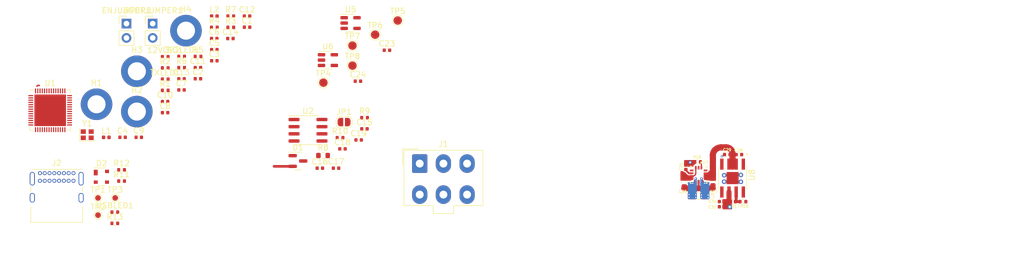
<source format=kicad_pcb>
(kicad_pcb (version 20211014) (generator pcbnew)
  (layers (0 "F.Cu" signal) (1 "In1.Cu" signal) (2 "In2.Cu" signal) (31 "B.Cu" signal) (34 "B.Paste" user) (35 "F.Paste" user) (36 "B.SilkS" user "B.Silkscreen") (37 "F.SilkS" user "F.Silkscreen") (38 "B.Mask" user) (39 "F.Mask" user) (44 "Edge.Cuts" user))
  (net 0 "")
  (net 1 "GND")
  (net 2 "Net-(3V3LED1-Pad2)")
  (net 3 "Net-(12VLED1-Pad2)")
  (net 4 "/BOOT")
  (net 5 "+3V3")
  (net 6 "/CHIP_PU")
  (net 7 "Net-(C6-Pad1)")
  (net 8 "Net-(C12-Pad1)")
  (net 9 "Net-(C12-Pad2)")
  (net 10 "Net-(C13-Pad1)")
  (net 11 "Net-(C14-Pad1)")
  (net 12 "Net-(C17-Pad1)")
  (net 13 "/CAN+")
  (net 14 "/CAN-")
  (net 15 "VBUS")
  (net 16 "/Data-")
  (net 17 "/Data+")
  (net 18 "RBUS_uC_V")
  (net 19 "+12V")
  (net 20 "Net-(J2-PadA5)")
  (net 22 "Net-(J2-PadB5)")
  (net 24 "/CAN-BUS/Vref")
  (net 25 "Net-(L2-Pad1)")
  (net 26 "Net-(R2-Pad2)")
  (net 27 "/TXD")
  (net 28 "Net-(R6-Pad2)")
  (net 29 "Net-(R8-Pad1)")
  (net 30 "Net-(R13-Pad2)")
  (net 73 "/CAN_TX")
  (net 74 "/CAN_RX")
  (net 81 "/Power/BBIN")
  (net 82 "/Power/BIAS")
  (net 83 "/Power/BBOUT")
  (net 84 "/Power/LX1")
  (net 85 "/Power/LX2")
  (net 86 "/Power/SEL")
  (net 87 "/Power/FBIn")
  (footprint "Capacitor_SMD:C_0402_1005Metric" (layer "F.Cu") (at 81.26 70.01)
    (fp_text reference "C13")
    (fp_text value "C")
  )
  (footprint "Capacitor_SMD:C_0402_1005Metric" (layer "F.Cu") (at 78.35 76.01)
    (fp_text reference "C8")
    (fp_text value "0.1uF")
  )
  (footprint "TestPoint:TestPoint_Pad_D1.5mm" (layer "F.Cu") (at 111.57 67.67)
    (fp_text reference "TP8")
    (fp_text value "TestPoint")
  )
  (footprint "TestPoint:TestPoint_Pad_D1.5mm" (layer "F.Cu") (at 115.59 62.18)
    (fp_text reference "TP6")
    (fp_text value "TestPoint")
  )
  (footprint "Inductor_SMD:L_0402_1005Metric" (layer "F.Cu") (at 67.92 80.39)
    (fp_text reference "L1")
    (fp_text value "2.0nH")
  )
  (footprint "TestPoint:TestPoint_Pad_D1.5mm" (layer "F.Cu") (at 111.57 64.12)
    (fp_text reference "TP7")
    (fp_text value "TestPoint")
  )
  (footprint "Capacitor_SMD:C_0402_1005Metric" (layer "F.Cu") (at 112.54 70.43)
    (fp_text reference "C24")
    (fp_text value "4.7uF")
  )
  (footprint "Resistor_SMD:R_0402_1005Metric" (layer "F.Cu") (at 180.817285 91.79)
    (fp_text reference "R18")
    (fp_text value "10k")
  )
  (footprint "Resistor_SMD:R_0402_1005Metric" (layer "F.Cu") (at 84.19 66.04)
    (fp_text reference "R5")
    (fp_text value "47.5")
  )
  (footprint "Jumper:SolderJumper-2_P1.3mm_Open_RoundedPad1.0x1.5mm" (layer "F.Cu") (at 110.09 77.68)
    (fp_text reference "JP1")
    (fp_text value "TermJP")
  )
  (footprint "Capacitor_SMD:C_0402_1005Metric" (layer "F.Cu") (at 81.26 71.98)
    (fp_text reference "C7")
    (fp_text value "1uF")
  )
  (footprint "Resistor_SMD:R_0402_1005Metric" (layer "F.Cu") (at 78.37 72.06)
    (fp_text reference "R1")
    (fp_text value "10K")
  )
  (footprint "Capacitor_SMD:C_0402_1005Metric" (layer "F.Cu") (at 87.06 62.86)
    (fp_text reference "C6")
    (fp_text value "0.1uF")
  )
  (footprint "Package_TO_SOT_SMD:SOT-23-5" (layer "F.Cu") (at 107.22 66.69)
    (fp_text reference "U6")
    (fp_text value "LM66100")
  )
  (footprint "Resistor_SMD:R_0402_1005Metric" (layer "F.Cu") (at 89.99 58.89)
    (fp_text reference "R7")
    (fp_text value "3k")
  )
  (footprint "TestPoint:TestPoint_Pad_D1.0mm" (layer "F.Cu") (at 66.45 94.18)
    (fp_text reference "TP2")
    (fp_text value "TestPoint")
  )
  (footprint "Resistor_SMD:R_0402_1005Metric" (layer "F.Cu") (at 78.37 68.08)
    (fp_text reference "R2")
    (fp_text value "470")
  )
  (footprint "TestPoint:TestPoint_Pad_D1.0mm" (layer "F.Cu") (at 69.5 91.13)
    (fp_text reference "TP3")
    (fp_text value "TestPoint")
  )
  (footprint "Package_TO_SOT_SMD:SOT-23" (layer "F.Cu") (at 101.91 84.58)
    (fp_text reference "D1")
    (fp_text value "SM712_SOT23")
  )
  (footprint "MountingHole:MountingHole_3.2mm_M3_DIN965_Pad" (layer "F.Cu") (at 82.05 61.47)
    (fp_text reference "H4")
    (fp_text value "MountingHole_Pad")
  )
  (footprint "Resistor_SMD:R_0402_1005Metric" (layer "F.Cu") (at 69.43 95.64)
    (fp_text reference "R13")
    (fp_text value "470")
  )
  (footprint "Capacitor_SMD:C_0402_1005Metric" (layer "F.Cu") (at 178.03 83.44 180)
    (fp_text reference "C29")
    (fp_text value "4.7uF")
  )
  (footprint "Capacitor_SMD:C_0402_1005Metric" (layer "F.Cu") (at 87.08 66.8)
    (fp_text reference "C3")
    (fp_text value "0.1uF")
  )
  (footprint "Package_TO_SOT_SMD:SOT-143" (layer "F.Cu") (at 67.05 87.38)
    (fp_text reference "D2")
    (fp_text value "SP0503BAHT")
  )
  (footprint "TestPoint:TestPoint_Pad_D1.0mm" (layer "F.Cu") (at 66.45 91.13)
    (fp_text reference "TP1")
    (fp_text value "TestPoint")
  )
  (footprint "Resistor_SMD:R_0402_1005Metric" (layer "F.Cu") (at 81.28 68.03)
    (fp_text reference "R6")
    (fp_text value "499")
  )
  (footprint "Capacitor_SMD:C_0402_1005Metric" (layer "F.Cu") (at 117.69 64.94)
    (fp_text reference "C23")
    (fp_text value "4.7uF")
  )
  (footprint "MountingHole:MountingHole_3.2mm_M3_DIN965_Pad" (layer "F.Cu") (at 66.19 74.52)
    (fp_text reference "H1")
    (fp_text value "MountingHole_Pad")
  )
  (footprint "TestPoint:TestPoint_Pad_D1.5mm" (layer "F.Cu") (at 119.6 59.67)
    (fp_text reference "TP5")
    (fp_text value "TestPoint")
  )
  (footprint "Package_SO:SOIC-8_3.9x4.9mm_P1.27mm" (layer "F.Cu") (at 103.69 79.13)
    (fp_text reference "U2")
    (fp_text value "SN65HVD230")
  )
  (footprint "Capacitor_SMD:C_0402_1005Metric" (layer "F.Cu") (at 109.8 82.43)
    (fp_text reference "C18")
    (fp_text value "220pF")
  )
  (footprint "Resistor_SMD:R_0402_1005Metric" (layer "F.Cu") (at 69.43 93.65)
    (fp_text reference "USBLED1")
    (fp_text value "USB_LED")
  )
  (footprint "Resistor_SMD:R_0402_1005Metric" (layer "F.Cu") (at 70.63 86.15)
    (fp_text reference "R12")
    (fp_text value "5.1k")
  )
  (footprint "Resistor_SMD:R_0402_1005Metric" (layer "F.Cu") (at 89.99 60.88)
    (fp_text reference "R3")
    (fp_text value "10K")
  )
  (footprint "Capacitor_SMD:C_0402_1005Metric" (layer "F.Cu") (at 177.11 92.7)
    (fp_text reference "C31")
    (fp_text value "0.1uF")
  )
  (footprint "Resistor_SMD:R_0402_1005Metric" (layer "F.Cu") (at 81.28 66.04)
    (fp_text reference "3V3LED1")
    (fp_text value "3V3LED")
  )
  (footprint "Capacitor_SMD:C_0402_1005Metric" (layer "F.Cu") (at 78.35 74.04)
    (fp_text reference "C10")
    (fp_text value "0.1uF")
  )
  (footprint "Capacitor_SMD:C_0603_1608Metric" (layer "F.Cu") (at 175.485 88.19 -90)
    (fp_text reference "C27")
    (fp_text value "22uF")
  )
  (footprint "Capacitor_SMD:C_0402_1005Metric" (layer "F.Cu") (at 89.93 62.86)
    (fp_text reference "C14")
    (fp_text value "C")
  )
  (footprint "Capacitor_SMD:C_0402_1005Metric" (layer "F.Cu") (at 70.81 80.38)
    (fp_text reference "C4")
    (fp_text value "1uF")
  )
  (footprint "Capacitor_SMD:C_0402_1005Metric" (layer "F.Cu") (at 73.68 80.38)
    (fp_text reference "C9")
    (fp_text value "10nF")
  )
  (footprint "Capacitor_SMD:C_0402_1005Metric" (layer "F.Cu") (at 105.79 85.85)
    (fp_text reference "C16")
    (fp_text value "10uF")
  )
  (footprint "Capacitor_SMD:C_0402_1005Metric" (layer "F.Cu") (at 113.7 78.88)
    (fp_text reference "C15")
    (fp_text value "100nF")
  )
  (footprint "Resistor_SMD:R_0402_1005Metric" (layer "F.Cu") (at 78.37 70.07)
    (fp_text reference "TXLED1")
    (fp_text value "TX_LED")
  )
  (footprint "Connector_PinHeader_2.54mm:PinHeader_1x02_P2.54mm_Vertical" (layer "F.Cu") (at 76.15 60.22)
    (fp_text reference "BOOTJUMPER1")
    (fp_text value "Conn_01x02_Male")
  )
  (footprint "Connector_USB:USB_C_Receptacle_GCT_USB4085" (layer "F.Cu") (at 56.15 86.74)
    (fp_text reference "J2")
    (fp_text value "USB_C_Receptacle_USB2.0")
  )
  (footprint "Capacitor_SMD:C_0402_1005Metric" (layer "F.Cu") (at 87.08 64.83)
    (fp_text reference "C5")
    (fp_text value "0.1uF")
  )
  (footprint "TestPoint:TestPoint_Pad_D1.5mm" (layer "F.Cu") (at 106.42 70.69)
    (fp_text reference "TP4")
    (fp_text value "TestPoint")
  )
  (footprint "Resistor_SMD:R_0402_1005Metric" (layer "F.Cu") (at 178.957285 91.79)
    (fp_text reference "R17")
    (fp_text value "56k")
  )
  (footprint "Resistor_SMD:R_0402_1005Metric" (layer "F.Cu") (at 172.77 84.74 180)
    (fp_text reference "R16")
    (fp_text value "14k")
  )
  (footprint "Capacitor_SMD:C_0402_1005Metric" (layer "F.Cu") (at 108.66 85.85)
    (fp_text reference "C17")
    (fp_text value "0.1uF")
  )
  (footprint "Capacitor_SMD:C_0402_1005Metric" (layer "F.Cu") (at 92.88 58.88)
    (fp_text reference "C12")
    (fp_text value "4.2pF")
  )
  (footprint "MountingHole:MountingHole_3.2mm_M3_DIN965_Pad" (layer "F.Cu") (at 73.34 75.82)
    (fp_text reference "H2")
    (fp_text value "MountingHole_Pad")
  )
  (footprint "Resistor_SMD:R_0402_1005Metric" (layer "F.Cu") (at 87.08 60.88)
    (fp_text reference "R4")
    (fp_text value "470")
  )
  (footprint "Capacitor_SMD:C_0402_1005Metric" (layer "F.Cu") (at 180.109508 83.443814)
    (fp_text reference "C28")
    (fp_text value "10uF")
  )
  (footprint "Capacitor_SMD:C_0402_1005Metric" (layer "F.Cu") (at 84.17 68.02)
    (fp_text reference "C11")
    (fp_text value "0.1uF")
  )
  (footprint "iclr:SOIC127P599X175-9N" (layer "F.Cu") (at 178.979508 87.608814 -90)
    (fp_text reference "U8")
    (fp_text value "SC4215")
  )
  (footprint "Capacitor_SMD:C_0402_1005Metric" (layer "F.Cu") (at 177.11 91.78)
    (fp_text reference "C30")
    (fp_text value "10uF")
  )
  (footprint "Inductor_SMD:L_0402_1005Metric" (layer "F.Cu") (at 87.08 58.89)
    (fp_text reference "L2")
    (fp_text value "20nH")
  )
  (footprint "MountingHole:MountingHole_3.2mm_M3_DIN965_Pad" (layer "F.Cu") (at 73.34 68.67)
    (fp_text reference "H3")
    (fp_text value "MountingHole_Pad")
  )
  (footprint "Capacitor_SMD:C_0402_1005Metric" (layer "F.Cu") (at 112.67 80.85)
    (fp_text reference "C19")
    (fp_text value "220pF")
  )
  (footprint "iclr:CONV_MAX77827AEFD+T" (layer "F.Cu") (at 172.952926 87.01 -90)
    (fp_text reference "U7")
    (fp_text value "MAX77827AEFD+T")
  )
  (footprint "Package_DFN_QFN:QFN-56-1EP_7x7mm_P0.4mm_EP5.6x5.6mm" (layer "F.Cu") (at 57.97 75.59)
    (fp_text reference "U1")
    (fp_text value "ESP32-S3")
  )
  (footprint "Package_TO_SOT_SMD:SOT-23-5" (layer "F.Cu") (at 111.24 60.12)
    (fp_text reference "U5")
    (fp_text value "LM66100")
  )
  (footprint "Connector_PinHeader_2.54mm:PinHeader_1x02_P2.54mm_Vertical" (layer "F.Cu") (at 71.5 60.22)
    (fp_text reference "ENJUMPER1")
    (fp_text value "Conn_01x02_Male")
  )
  (footprint "Capacitor_SMD:C_0603_1608Metric" (layer "F.Cu") (at 170.414377 88.377856 -90)
    (fp_text reference "C25")
    (fp_text value "10uF")
  )
  (footprint "Resistor_SMD:R_0402_1005Metric" (layer "F.Cu") (at 78.37 66.09)
    (fp_text reference "12VLED1")
    (fp_text value "12V_LED")
  )
  (footprint "Capacitor_SMD:C_0402_1005Metric" (layer "F.Cu") (at 170.69 85.6 90)
    (fp_text reference "C26")
    (fp_text value "1uF")
  )
  (footprint "Resistor_SMD:R_0402_1005Metric" (layer "F.Cu") (at 113.72 76.9)
    (fp_text reference "R9")
    (fp_text value "60")
  )
  (footprint "Resistor_SMD:R_0402_1005Metric" (layer "F.Cu") (at 70.63 88.14)
    (fp_text reference "R11")
    (fp_text value "5.1k")
  )
  (footprint "Capacitor_SMD:C_0402_1005Metric" (layer "F.Cu") (at 84.17 69.99)
    (fp_text reference "C2")
    (fp_text value "1uF")
  )
  (footprint "Inductor_SMD:L_0805_2012Metric" (layer "F.Cu") (at 172.957566 90.757961)
    (fp_text reference "L3")
    (fp_text value "1uH")
  )
  (footprint "Resistor_SMD:R_0402_1005Metric" (layer "F.Cu") (at 109.37 80.45)
    (fp_text reference "R10")
    (fp_text value "60")
  )
  (footprint "Crystal:Crystal_SMD_2016-4Pin_2.0x1.6mm" (layer "F.Cu") (at 64.54 79.92)
    (fp_text reference "Y1")
    (fp_text value "40MHz±10ppm")
  )
  (footprint "Capacitor_SMD:C_0402_1005Metric" (layer "F.Cu") (at 92.88 60.85)
    (fp_text reference "C1")
    (fp_text value "10uF")
  )
  (footprint "Connector_Molex:Molex_Mini-Fit_Jr_5566-06A_2x03_P4.20mm_Vertical" (layer "F.Cu") (at 123.5 85.04)
    (fp_text reference "J1")
    (fp_text value "RBUS")
  )
  (footprint "Resistor_SMD:R_0603_1608Metric" (layer "F.Cu") (at 106.36 83.61)
    (fp_text reference "R8")
    (fp_text value "0")
  )
  (segment (start 55.61 71.33) (end 55.76 71.18) (width 0.25) (layer "F.Cu") (net 0))
  (segment (start 55.76 71.18) (end 56.01 71.18) (width 0.25) (layer "F.Cu") (net 0))
  (segment (start 56.01 71.18) (end 56.02 71.19) (width 0.25) (layer "F.Cu") (net 0))
  (segment (start 172.950705 88.10939) (end 172.950705 89.241165) (width 0.36) (layer "F.Cu") (net 1))
  (segment (start 175.481 89.431) (end 175.498 89.414) (width 1) (layer "F.Cu") (net 1))
  (segment (start 170.362537 89.431) (end 175.481 89.431) (width 1) (layer "F.Cu") (net 1))
  (segment (start 172.952926 89.241775) (end 172.944701 89.25) (width 0.25) (layer "F.Cu") (net 1))
  (via (at 171.462 84.829) (size 0.6) (drill 0.3) (layers "F.Cu" "B.Cu") (net 1))
  (via (at 177.09 83.75) (size 0.4) (drill 0.2) (layers "F.Cu" "B.Cu") (net 1))
  (via (at 177.489508 88.243814) (size 0.8) (drill 0.4) (layers "F.Cu" "B.Cu") (net 1))
  (via (at 180.449508 88.273814) (size 0.8) (drill 0.4) (layers "F.Cu" "B.Cu") (net 1))
  (via (at 180.449508 87.053814) (size 0.8) (drill 0.4) (layers "F.Cu" "B.Cu") (net 1))
  (via (at 177.489508 88.243814) (size 0.8) (drill 0.4) (layers "F.Cu" "B.Cu") (net 1))
  (via (at 177.489508 87.103814) (size 0.8) (drill 0.4) (layers "F.Cu" "B.Cu") (net 1))
  (segment (start 178.344508 90.078814) (end 178.344508 91.687223) (width 0.9) (layer "F.Cu") (net 5))
  (via (at 178.475 92.715) (size 0.8) (drill 0.4) (layers "F.Cu" "B.Cu") (net 5))
  (segment (start 100.9725 85.53) (end 97.67 85.53) (width 0.47) (layer "F.Cu") (net 13))
  (segment (start 172.452926 85.71) (end 172.452926 86.777373) (width 0.2) (layer "F.Cu") (net 81))
  (segment (start 172.34 87.05) (end 172.292132 87.097868) (width 0.2) (layer "F.Cu") (net 81))
  (arc (start 172.292132 87.097868) (mid 172.057163 87.254869) (end 171.78 87.31) (width 0.2) (layer "F.Cu") (net 81))
  (arc (start 172.452926 86.777373) (mid 172.423577 86.924918) (end 172.34 87.05) (width 0.2) (layer "F.Cu") (net 81))
  (segment (start 170.69 86.08) (end 170.69 86.173764) (width 0.25) (layer "F.Cu") (net 82))
  (segment (start 170.671882 86.191882) (end 171.248118 86.768118) (width 0.31) (layer "F.Cu") (net 82))
  (segment (start 171.248118 86.768118) (end 171.734808 86.768118) (width 0.31) (layer "F.Cu") (net 82))
  (segment (start 170.69 86.173764) (end 170.671882 86.191882) (width 0.25) (layer "F.Cu") (net 82))
  (segment (start 176.961396 82.165) (end 177.84365 82.165) (width 1.1) (layer "F.Cu") (net 83))
  (segment (start 175.485 87.415) (end 175.485 83.556543) (width 1.1) (layer "F.Cu") (net 83))
  (segment (start 178.975 83.29635) (end 178.975 85.59) (width 1.1) (layer "F.Cu") (net 83))
  (segment (start 179.614508 85.138814) (end 178.344508 85.138814) (width 0.25) (layer "F.Cu") (net 83))
  (arc (start 177.84365 82.165) (mid 178.643635 82.496365) (end 178.975 83.29635) (width 1.1) (layer "F.Cu") (net 83))
  (arc (start 175.485 83.556543) (mid 175.586358 83.046984) (end 175.875 82.615) (width 1.1) (layer "F.Cu") (net 83))
  (arc (start 175.875 82.615) (mid 176.373442 82.281951) (end 176.961396 82.165) (width 1.1) (layer "F.Cu") (net 83))
  (via (at 171.522475 88.520596) (size 0.4) (drill 0.2) (layers "F.Cu" "B.Cu") (net 84))
  (via (at 172.454 90.555) (size 0.4) (drill 0.2) (layers "F.Cu" "B.Cu") (net 84))
  (via (at 171.923 88.522) (size 0.4) (drill 0.2) (layers "F.Cu" "B.Cu") (net 84))
  (via (at 171.258 90.526) (size 0.4) (drill 0.2) (layers "F.Cu" "B.Cu") (net 84))
  (via (at 172.456 91.053) (size 0.4) (drill 0.2) (layers "F.Cu" "B.Cu") (net 84))
  (via (at 172.436814 87.705278) (size 0.4) (drill 0.2) (layers "F.Cu" "B.Cu") (net 84))
  (via (at 171.257 91.021) (size 0.4) (drill 0.2) (layers "F.Cu" "B.Cu") (net 84))
  (via (at 173.464 91.036) (size 0.4) (drill 0.2) (layers "F.Cu" "B.Cu") (net 85))
  (via (at 173.469778 87.713517) (size 0.4) (drill 0.2) (layers "F.Cu" "B.Cu") (net 85))
  (via (at 173.99 88.52) (size 0.4) (drill 0.2) (layers "F.Cu" "B.Cu") (net 85))
  (via (at 174.657566 91.1) (size 0.4) (drill 0.2) (layers "F.Cu" "B.Cu") (net 85))
  (via (at 174.657 90.627) (size 0.4) (drill 0.2) (layers "F.Cu" "B.Cu") (net 85))
  (via (at 173.463 90.606) (size 0.4) (drill 0.2) (layers "F.Cu" "B.Cu") (net 85))
  (via (at 174.388 88.522) (size 0.4) (drill 0.2) (layers "F.Cu" "B.Cu") (net 85))
  (segment (start 173.452926 85.71) (end 173.452926 85.15748) (width 0.2) (layer "F.Cu") (net 86))
  (arc (start 173.452926 85.15748) (mid 173.407984 84.931541) (end 173.28 84.74) (width 0.2) (layer "F.Cu") (net 86))
  (segment (start 179.467285 91.79) (end 180.307285 91.79) (width 0.5) (layer "F.Cu") (net 87))
  (segment (start 179.614508 91.642777) (end 179.467285 91.79) (width 0.25) (layer "F.Cu") (net 87))
  (segment (start 179.614508 90.078814) (end 179.614508 91.642777) (width 0.5) (layer "F.Cu") (net 87))
  (zone (net 81) (net_name "/Power/BBIN") (layer "F.Cu") (connect_pads (clearance 0.2)) (min_thickness 0.254) (fill yes (thermal_gap 0.508) (thermal_bridge_width 0.508))
    (polygon (pts (xy 172.030647 87.914922) (xy 171.907927 87.914922) (xy 171.397541 87.912641) (xy 171.397541 87.104182) (xy 172.030646 87.104182)))
  )
  (zone (net 1) (net_name "GND") (layer "F.Cu") (priority 5) (connect_pads yes (clearance 0.2)) (min_thickness 0.254) (fill yes (thermal_gap 0.508) (thermal_bridge_width 0.508) (smoothing fillet) (radius 0.1) (island_removal_mode 2) (island_area_min 0))
    (polygon (pts (xy 172.54 84.99) (xy 172.04 85.37) (xy 172.04 86.43) (xy 171.4125 86.4175) (xy 171.025 85.915) (xy 170.38 85.92) (xy 170.38 84.41) (xy 172.54 84.41)))
  )
  (zone (net 81) (net_name "/Power/BBIN") (layer "F.Cu") (connect_pads yes (clearance 0)) (min_thickness 0.254) (fill yes (thermal_gap 0.508) (thermal_bridge_width 0.508))
    (polygon (pts (xy 171.293 87.089) (xy 171.398 87.104) (xy 171.785 87.448) (xy 171.964 87.898) (xy 171.506 88.074) (xy 169.73088 88.077482) (xy 169.731 86.368985) (xy 170.587 86.369)))
  )
  (zone (net 83) (net_name "/Power/BBOUT") (layer "F.Cu") (connect_pads yes (clearance 0)) (min_thickness 0.254) (fill yes (thermal_gap 0.508) (thermal_bridge_width 0.508) (smoothing fillet) (radius 0.1))
    (polygon (pts (xy 176.032883 86.262002) (xy 176.033174 86.649475) (xy 174.472291 86.659473) (xy 174.92 86.26)))
  )
  (zone (net 83) (net_name "/Power/BBOUT") (layer "F.Cu") (connect_pads yes (clearance 0)) (min_thickness 0.254) (fill yes (thermal_gap 0.508) (thermal_bridge_width 0.508) (smoothing fillet) (radius 0.1))
    (polygon (pts (xy 175.18 86.61) (xy 176.033 86.612) (xy 176.037475 88.104499) (xy 175.048 88.103) (xy 173.837 87.905) (xy 173.872 86.604)))
  )
  (zone (net 5) (net_name "+3V3") (layer "F.Cu") (connect_pads yes (clearance 0.2)) (min_thickness 0.254) (fill yes (thermal_gap 0.508) (thermal_bridge_width 0.508) (smoothing fillet) (radius 0.1))
    (polygon (pts (xy 178.9 93.15) (xy 177.15 93.15) (xy 177.15 91.34) (xy 178.9 91.34)))
  )
  (zone (net 0) (net_name "") (layer "F.Cu") (name "gnda connection override") (connect_pads yes (clearance 0)) (min_thickness 0.254)
    (keepout (tracks not_allowed) (vias not_allowed) (pads not_allowed) (copperpour not_allowed) (footprints allowed))
    (fill (thermal_gap 0.508) (thermal_bridge_width 0.508) (island_removal_mode 2) (island_area_min 0))
    (polygon (pts (xy 172.539444 84.409895) (xy 170.379127 84.409894) (xy 170.379127 84.159894) (xy 172.539444 84.159895)))
  )
  (zone (net 85) (net_name "/Power/LX2") (layer "F.Cu") (connect_pads yes (clearance 0)) (min_thickness 0.254) (fill yes (thermal_gap 0.508) (thermal_bridge_width 0.508) (smoothing fillet) (radius 0.1))
    (polygon (pts (xy 174.601467 88.720398) (xy 173.423026 88.721398) (xy 173.423 88.319) (xy 174.6 88.319)))
  )
  (zone (net 85) (net_name "/Power/LX2") (layer "F.Cu") (connect_pads yes (clearance 0)) (min_thickness 0.254) (fill yes (thermal_gap 0.508) (thermal_bridge_width 0.508) (smoothing fillet) (radius 0.1))
    (polygon (pts (xy 174.861 91.356) (xy 173.262 91.356) (xy 173.262 90.156) (xy 174.861 90.156)))
  )
  (zone (net 85) (net_name "/Power/LX2") (layer "F.Cu") (connect_pads yes (clearance 0)) (min_thickness 0.254) (fill yes (thermal_gap 0.508) (thermal_bridge_width 0.508) (smoothing fillet) (radius 0.1))
    (polygon (pts (xy 173.689811 87.72734) (xy 173.708 87.871) (xy 173.723 87.933) (xy 173.974 88.358) (xy 173.424 88.358) (xy 173.423 87.936) (xy 173.258178 87.811032) (xy 173.257178 87.491032) (xy 173.621811 87.48934)))
  )
  (zone (net 84) (net_name "/Power/LX1") (layer "F.Cu") (connect_pads (clearance 0)) (min_thickness 0.254) (fill yes (thermal_gap 0.508) (thermal_bridge_width 0.508) (smoothing fillet) (radius 0.1))
    (polygon (pts (xy 172.655 91.356) (xy 171.051 91.356) (xy 171.051 90.156) (xy 172.655 90.156)))
  )
  (zone (net 84) (net_name "/Power/LX1") (layer "F.Cu") (connect_pads yes (clearance 0)) (min_thickness 0.254) (fill yes (thermal_gap 0.508) (thermal_bridge_width 0.508) (smoothing fillet) (radius 0.1))
    (polygon (pts (xy 172.484464 88.721034) (xy 171.306023 88.722034) (xy 171.305997 88.319636) (xy 172.482997 88.319636)))
  )
  (zone (net 0) (net_name "") (layer "F.Cu") (name "gnda connection override") (connect_pads yes (clearance 0)) (min_thickness 0.254)
    (keepout (tracks not_allowed) (vias not_allowed) (pads not_allowed) (copperpour not_allowed) (footprints allowed))
    (fill (thermal_gap 0.508) (thermal_bridge_width 0.508) (island_removal_mode 2) (island_area_min 0))
    (polygon (pts (xy 170.379734 84.159808) (xy 170.379733 86.320125) (xy 170.129733 86.320125) (xy 170.129734 84.159808)))
  )
  (zone (net 84) (net_name "/Power/LX1") (layer "F.Cu") (connect_pads yes (clearance 0)) (min_thickness 0.254) (fill yes (thermal_gap 0.508) (thermal_bridge_width 0.508) (smoothing fillet) (radius 0.1))
    (polygon (pts (xy 172.671279 87.706768) (xy 172.481 88.005) (xy 172.483 88.416) (xy 172.124 88.416) (xy 172.123 88.044) (xy 172.234 87.804) (xy 172.231 87.532) (xy 172.230861 87.499255) (xy 172.661708 87.497743)))
  )
  (zone (net 85) (net_name "/Power/LX2") (layer "B.Cu") (connect_pads (clearance 0)) (min_thickness 0.254) (fill yes (thermal_gap 0.508) (thermal_bridge_width 0.508) (smoothing fillet) (radius 0.1))
    (polygon (pts (xy 174.861976 91.35478) (xy 173.262548 91.35478) (xy 173.262549 88.312211) (xy 174.861977 88.312211)))
  )
  (zone (net 84) (net_name "/Power/LX1") (layer "B.Cu") (connect_pads (clearance 0)) (min_thickness 0.254) (fill yes (thermal_gap 0.508) (thermal_bridge_width 0.508) (smoothing fillet) (radius 0.1))
    (polygon (pts (xy 172.645 91.356) (xy 171.051 91.356) (xy 171.051 88.317417) (xy 172.645 88.317417)))
  )
  (zone (net 84) (net_name "/Power/LX1") (layer "B.Cu") (connect_pads yes (clearance 0)) (min_thickness 0.254) (fill yes (thermal_gap 0.508) (thermal_bridge_width 0.508) (smoothing fillet) (radius 0.1))
    (polygon (pts (xy 172.645156 90.745063) (xy 172.235089 90.745096) (xy 172.234186 87.495249) (xy 172.644253 87.493216)))
  )
  (zone (net 85) (net_name "/Power/LX2") (layer "B.Cu") (connect_pads yes (clearance 0)) (min_thickness 0.254) (fill yes (thermal_gap 0.508) (thermal_bridge_width 0.508) (smoothing fillet) (radius 0.1))
    (polygon (pts (xy 173.672642 90.731046) (xy 173.262575 90.731079) (xy 173.261717 87.490383) (xy 173.671784 87.48835)))
  )
)
</source>
